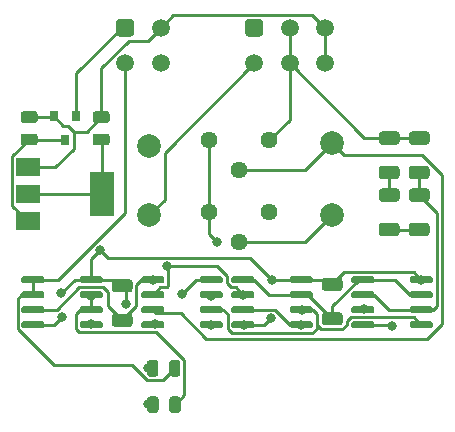
<source format=gbr>
G04 #@! TF.GenerationSoftware,KiCad,Pcbnew,(5.1.6)-1*
G04 #@! TF.CreationDate,2021-06-24T15:17:58+10:00*
G04 #@! TF.ProjectId,BSPD,42535044-2e6b-4696-9361-645f70636258,rev?*
G04 #@! TF.SameCoordinates,Original*
G04 #@! TF.FileFunction,Copper,L1,Top*
G04 #@! TF.FilePolarity,Positive*
%FSLAX46Y46*%
G04 Gerber Fmt 4.6, Leading zero omitted, Abs format (unit mm)*
G04 Created by KiCad (PCBNEW (5.1.6)-1) date 2021-06-24 15:17:58*
%MOMM*%
%LPD*%
G01*
G04 APERTURE LIST*
G04 #@! TA.AperFunction,SMDPad,CuDef*
%ADD10R,2.000000X1.500000*%
G04 #@! TD*
G04 #@! TA.AperFunction,SMDPad,CuDef*
%ADD11R,2.000000X3.800000*%
G04 #@! TD*
G04 #@! TA.AperFunction,ComponentPad*
%ADD12C,2.000000*%
G04 #@! TD*
G04 #@! TA.AperFunction,ComponentPad*
%ADD13C,1.440000*%
G04 #@! TD*
G04 #@! TA.AperFunction,ComponentPad*
%ADD14C,1.500000*%
G04 #@! TD*
G04 #@! TA.AperFunction,SMDPad,CuDef*
%ADD15R,0.800000X0.900000*%
G04 #@! TD*
G04 #@! TA.AperFunction,ViaPad*
%ADD16C,0.800000*%
G04 #@! TD*
G04 #@! TA.AperFunction,Conductor*
%ADD17C,0.250000*%
G04 #@! TD*
G04 APERTURE END LIST*
G04 #@! TA.AperFunction,SMDPad,CuDef*
G36*
G01*
X81764000Y-97813000D02*
X81764000Y-97513000D01*
G75*
G02*
X81914000Y-97363000I150000J0D01*
G01*
X83564000Y-97363000D01*
G75*
G02*
X83714000Y-97513000I0J-150000D01*
G01*
X83714000Y-97813000D01*
G75*
G02*
X83564000Y-97963000I-150000J0D01*
G01*
X81914000Y-97963000D01*
G75*
G02*
X81764000Y-97813000I0J150000D01*
G01*
G37*
G04 #@! TD.AperFunction*
G04 #@! TA.AperFunction,SMDPad,CuDef*
G36*
G01*
X81764000Y-99083000D02*
X81764000Y-98783000D01*
G75*
G02*
X81914000Y-98633000I150000J0D01*
G01*
X83564000Y-98633000D01*
G75*
G02*
X83714000Y-98783000I0J-150000D01*
G01*
X83714000Y-99083000D01*
G75*
G02*
X83564000Y-99233000I-150000J0D01*
G01*
X81914000Y-99233000D01*
G75*
G02*
X81764000Y-99083000I0J150000D01*
G01*
G37*
G04 #@! TD.AperFunction*
G04 #@! TA.AperFunction,SMDPad,CuDef*
G36*
G01*
X81764000Y-100353000D02*
X81764000Y-100053000D01*
G75*
G02*
X81914000Y-99903000I150000J0D01*
G01*
X83564000Y-99903000D01*
G75*
G02*
X83714000Y-100053000I0J-150000D01*
G01*
X83714000Y-100353000D01*
G75*
G02*
X83564000Y-100503000I-150000J0D01*
G01*
X81914000Y-100503000D01*
G75*
G02*
X81764000Y-100353000I0J150000D01*
G01*
G37*
G04 #@! TD.AperFunction*
G04 #@! TA.AperFunction,SMDPad,CuDef*
G36*
G01*
X81764000Y-101623000D02*
X81764000Y-101323000D01*
G75*
G02*
X81914000Y-101173000I150000J0D01*
G01*
X83564000Y-101173000D01*
G75*
G02*
X83714000Y-101323000I0J-150000D01*
G01*
X83714000Y-101623000D01*
G75*
G02*
X83564000Y-101773000I-150000J0D01*
G01*
X81914000Y-101773000D01*
G75*
G02*
X81764000Y-101623000I0J150000D01*
G01*
G37*
G04 #@! TD.AperFunction*
G04 #@! TA.AperFunction,SMDPad,CuDef*
G36*
G01*
X76814000Y-101623000D02*
X76814000Y-101323000D01*
G75*
G02*
X76964000Y-101173000I150000J0D01*
G01*
X78614000Y-101173000D01*
G75*
G02*
X78764000Y-101323000I0J-150000D01*
G01*
X78764000Y-101623000D01*
G75*
G02*
X78614000Y-101773000I-150000J0D01*
G01*
X76964000Y-101773000D01*
G75*
G02*
X76814000Y-101623000I0J150000D01*
G01*
G37*
G04 #@! TD.AperFunction*
G04 #@! TA.AperFunction,SMDPad,CuDef*
G36*
G01*
X76814000Y-100353000D02*
X76814000Y-100053000D01*
G75*
G02*
X76964000Y-99903000I150000J0D01*
G01*
X78614000Y-99903000D01*
G75*
G02*
X78764000Y-100053000I0J-150000D01*
G01*
X78764000Y-100353000D01*
G75*
G02*
X78614000Y-100503000I-150000J0D01*
G01*
X76964000Y-100503000D01*
G75*
G02*
X76814000Y-100353000I0J150000D01*
G01*
G37*
G04 #@! TD.AperFunction*
G04 #@! TA.AperFunction,SMDPad,CuDef*
G36*
G01*
X76814000Y-99083000D02*
X76814000Y-98783000D01*
G75*
G02*
X76964000Y-98633000I150000J0D01*
G01*
X78614000Y-98633000D01*
G75*
G02*
X78764000Y-98783000I0J-150000D01*
G01*
X78764000Y-99083000D01*
G75*
G02*
X78614000Y-99233000I-150000J0D01*
G01*
X76964000Y-99233000D01*
G75*
G02*
X76814000Y-99083000I0J150000D01*
G01*
G37*
G04 #@! TD.AperFunction*
G04 #@! TA.AperFunction,SMDPad,CuDef*
G36*
G01*
X76814000Y-97813000D02*
X76814000Y-97513000D01*
G75*
G02*
X76964000Y-97363000I150000J0D01*
G01*
X78614000Y-97363000D01*
G75*
G02*
X78764000Y-97513000I0J-150000D01*
G01*
X78764000Y-97813000D01*
G75*
G02*
X78614000Y-97963000I-150000J0D01*
G01*
X76964000Y-97963000D01*
G75*
G02*
X76814000Y-97813000I0J150000D01*
G01*
G37*
G04 #@! TD.AperFunction*
D10*
X77368000Y-88124000D03*
X77368000Y-92724000D03*
X77368000Y-90424000D03*
D11*
X83668000Y-90424000D03*
G04 #@! TA.AperFunction,SMDPad,CuDef*
G36*
G01*
X109704000Y-97813000D02*
X109704000Y-97513000D01*
G75*
G02*
X109854000Y-97363000I150000J0D01*
G01*
X111504000Y-97363000D01*
G75*
G02*
X111654000Y-97513000I0J-150000D01*
G01*
X111654000Y-97813000D01*
G75*
G02*
X111504000Y-97963000I-150000J0D01*
G01*
X109854000Y-97963000D01*
G75*
G02*
X109704000Y-97813000I0J150000D01*
G01*
G37*
G04 #@! TD.AperFunction*
G04 #@! TA.AperFunction,SMDPad,CuDef*
G36*
G01*
X109704000Y-99083000D02*
X109704000Y-98783000D01*
G75*
G02*
X109854000Y-98633000I150000J0D01*
G01*
X111504000Y-98633000D01*
G75*
G02*
X111654000Y-98783000I0J-150000D01*
G01*
X111654000Y-99083000D01*
G75*
G02*
X111504000Y-99233000I-150000J0D01*
G01*
X109854000Y-99233000D01*
G75*
G02*
X109704000Y-99083000I0J150000D01*
G01*
G37*
G04 #@! TD.AperFunction*
G04 #@! TA.AperFunction,SMDPad,CuDef*
G36*
G01*
X109704000Y-100353000D02*
X109704000Y-100053000D01*
G75*
G02*
X109854000Y-99903000I150000J0D01*
G01*
X111504000Y-99903000D01*
G75*
G02*
X111654000Y-100053000I0J-150000D01*
G01*
X111654000Y-100353000D01*
G75*
G02*
X111504000Y-100503000I-150000J0D01*
G01*
X109854000Y-100503000D01*
G75*
G02*
X109704000Y-100353000I0J150000D01*
G01*
G37*
G04 #@! TD.AperFunction*
G04 #@! TA.AperFunction,SMDPad,CuDef*
G36*
G01*
X109704000Y-101623000D02*
X109704000Y-101323000D01*
G75*
G02*
X109854000Y-101173000I150000J0D01*
G01*
X111504000Y-101173000D01*
G75*
G02*
X111654000Y-101323000I0J-150000D01*
G01*
X111654000Y-101623000D01*
G75*
G02*
X111504000Y-101773000I-150000J0D01*
G01*
X109854000Y-101773000D01*
G75*
G02*
X109704000Y-101623000I0J150000D01*
G01*
G37*
G04 #@! TD.AperFunction*
G04 #@! TA.AperFunction,SMDPad,CuDef*
G36*
G01*
X104754000Y-101623000D02*
X104754000Y-101323000D01*
G75*
G02*
X104904000Y-101173000I150000J0D01*
G01*
X106554000Y-101173000D01*
G75*
G02*
X106704000Y-101323000I0J-150000D01*
G01*
X106704000Y-101623000D01*
G75*
G02*
X106554000Y-101773000I-150000J0D01*
G01*
X104904000Y-101773000D01*
G75*
G02*
X104754000Y-101623000I0J150000D01*
G01*
G37*
G04 #@! TD.AperFunction*
G04 #@! TA.AperFunction,SMDPad,CuDef*
G36*
G01*
X104754000Y-100353000D02*
X104754000Y-100053000D01*
G75*
G02*
X104904000Y-99903000I150000J0D01*
G01*
X106554000Y-99903000D01*
G75*
G02*
X106704000Y-100053000I0J-150000D01*
G01*
X106704000Y-100353000D01*
G75*
G02*
X106554000Y-100503000I-150000J0D01*
G01*
X104904000Y-100503000D01*
G75*
G02*
X104754000Y-100353000I0J150000D01*
G01*
G37*
G04 #@! TD.AperFunction*
G04 #@! TA.AperFunction,SMDPad,CuDef*
G36*
G01*
X104754000Y-99083000D02*
X104754000Y-98783000D01*
G75*
G02*
X104904000Y-98633000I150000J0D01*
G01*
X106554000Y-98633000D01*
G75*
G02*
X106704000Y-98783000I0J-150000D01*
G01*
X106704000Y-99083000D01*
G75*
G02*
X106554000Y-99233000I-150000J0D01*
G01*
X104904000Y-99233000D01*
G75*
G02*
X104754000Y-99083000I0J150000D01*
G01*
G37*
G04 #@! TD.AperFunction*
G04 #@! TA.AperFunction,SMDPad,CuDef*
G36*
G01*
X104754000Y-97813000D02*
X104754000Y-97513000D01*
G75*
G02*
X104904000Y-97363000I150000J0D01*
G01*
X106554000Y-97363000D01*
G75*
G02*
X106704000Y-97513000I0J-150000D01*
G01*
X106704000Y-97813000D01*
G75*
G02*
X106554000Y-97963000I-150000J0D01*
G01*
X104904000Y-97963000D01*
G75*
G02*
X104754000Y-97813000I0J150000D01*
G01*
G37*
G04 #@! TD.AperFunction*
G04 #@! TA.AperFunction,SMDPad,CuDef*
G36*
G01*
X99544000Y-97813000D02*
X99544000Y-97513000D01*
G75*
G02*
X99694000Y-97363000I150000J0D01*
G01*
X101344000Y-97363000D01*
G75*
G02*
X101494000Y-97513000I0J-150000D01*
G01*
X101494000Y-97813000D01*
G75*
G02*
X101344000Y-97963000I-150000J0D01*
G01*
X99694000Y-97963000D01*
G75*
G02*
X99544000Y-97813000I0J150000D01*
G01*
G37*
G04 #@! TD.AperFunction*
G04 #@! TA.AperFunction,SMDPad,CuDef*
G36*
G01*
X99544000Y-99083000D02*
X99544000Y-98783000D01*
G75*
G02*
X99694000Y-98633000I150000J0D01*
G01*
X101344000Y-98633000D01*
G75*
G02*
X101494000Y-98783000I0J-150000D01*
G01*
X101494000Y-99083000D01*
G75*
G02*
X101344000Y-99233000I-150000J0D01*
G01*
X99694000Y-99233000D01*
G75*
G02*
X99544000Y-99083000I0J150000D01*
G01*
G37*
G04 #@! TD.AperFunction*
G04 #@! TA.AperFunction,SMDPad,CuDef*
G36*
G01*
X99544000Y-100353000D02*
X99544000Y-100053000D01*
G75*
G02*
X99694000Y-99903000I150000J0D01*
G01*
X101344000Y-99903000D01*
G75*
G02*
X101494000Y-100053000I0J-150000D01*
G01*
X101494000Y-100353000D01*
G75*
G02*
X101344000Y-100503000I-150000J0D01*
G01*
X99694000Y-100503000D01*
G75*
G02*
X99544000Y-100353000I0J150000D01*
G01*
G37*
G04 #@! TD.AperFunction*
G04 #@! TA.AperFunction,SMDPad,CuDef*
G36*
G01*
X99544000Y-101623000D02*
X99544000Y-101323000D01*
G75*
G02*
X99694000Y-101173000I150000J0D01*
G01*
X101344000Y-101173000D01*
G75*
G02*
X101494000Y-101323000I0J-150000D01*
G01*
X101494000Y-101623000D01*
G75*
G02*
X101344000Y-101773000I-150000J0D01*
G01*
X99694000Y-101773000D01*
G75*
G02*
X99544000Y-101623000I0J150000D01*
G01*
G37*
G04 #@! TD.AperFunction*
G04 #@! TA.AperFunction,SMDPad,CuDef*
G36*
G01*
X94594000Y-101623000D02*
X94594000Y-101323000D01*
G75*
G02*
X94744000Y-101173000I150000J0D01*
G01*
X96394000Y-101173000D01*
G75*
G02*
X96544000Y-101323000I0J-150000D01*
G01*
X96544000Y-101623000D01*
G75*
G02*
X96394000Y-101773000I-150000J0D01*
G01*
X94744000Y-101773000D01*
G75*
G02*
X94594000Y-101623000I0J150000D01*
G01*
G37*
G04 #@! TD.AperFunction*
G04 #@! TA.AperFunction,SMDPad,CuDef*
G36*
G01*
X94594000Y-100353000D02*
X94594000Y-100053000D01*
G75*
G02*
X94744000Y-99903000I150000J0D01*
G01*
X96394000Y-99903000D01*
G75*
G02*
X96544000Y-100053000I0J-150000D01*
G01*
X96544000Y-100353000D01*
G75*
G02*
X96394000Y-100503000I-150000J0D01*
G01*
X94744000Y-100503000D01*
G75*
G02*
X94594000Y-100353000I0J150000D01*
G01*
G37*
G04 #@! TD.AperFunction*
G04 #@! TA.AperFunction,SMDPad,CuDef*
G36*
G01*
X94594000Y-99083000D02*
X94594000Y-98783000D01*
G75*
G02*
X94744000Y-98633000I150000J0D01*
G01*
X96394000Y-98633000D01*
G75*
G02*
X96544000Y-98783000I0J-150000D01*
G01*
X96544000Y-99083000D01*
G75*
G02*
X96394000Y-99233000I-150000J0D01*
G01*
X94744000Y-99233000D01*
G75*
G02*
X94594000Y-99083000I0J150000D01*
G01*
G37*
G04 #@! TD.AperFunction*
G04 #@! TA.AperFunction,SMDPad,CuDef*
G36*
G01*
X94594000Y-97813000D02*
X94594000Y-97513000D01*
G75*
G02*
X94744000Y-97363000I150000J0D01*
G01*
X96394000Y-97363000D01*
G75*
G02*
X96544000Y-97513000I0J-150000D01*
G01*
X96544000Y-97813000D01*
G75*
G02*
X96394000Y-97963000I-150000J0D01*
G01*
X94744000Y-97963000D01*
G75*
G02*
X94594000Y-97813000I0J150000D01*
G01*
G37*
G04 #@! TD.AperFunction*
G04 #@! TA.AperFunction,SMDPad,CuDef*
G36*
G01*
X91924000Y-97813000D02*
X91924000Y-97513000D01*
G75*
G02*
X92074000Y-97363000I150000J0D01*
G01*
X93724000Y-97363000D01*
G75*
G02*
X93874000Y-97513000I0J-150000D01*
G01*
X93874000Y-97813000D01*
G75*
G02*
X93724000Y-97963000I-150000J0D01*
G01*
X92074000Y-97963000D01*
G75*
G02*
X91924000Y-97813000I0J150000D01*
G01*
G37*
G04 #@! TD.AperFunction*
G04 #@! TA.AperFunction,SMDPad,CuDef*
G36*
G01*
X91924000Y-99083000D02*
X91924000Y-98783000D01*
G75*
G02*
X92074000Y-98633000I150000J0D01*
G01*
X93724000Y-98633000D01*
G75*
G02*
X93874000Y-98783000I0J-150000D01*
G01*
X93874000Y-99083000D01*
G75*
G02*
X93724000Y-99233000I-150000J0D01*
G01*
X92074000Y-99233000D01*
G75*
G02*
X91924000Y-99083000I0J150000D01*
G01*
G37*
G04 #@! TD.AperFunction*
G04 #@! TA.AperFunction,SMDPad,CuDef*
G36*
G01*
X91924000Y-100353000D02*
X91924000Y-100053000D01*
G75*
G02*
X92074000Y-99903000I150000J0D01*
G01*
X93724000Y-99903000D01*
G75*
G02*
X93874000Y-100053000I0J-150000D01*
G01*
X93874000Y-100353000D01*
G75*
G02*
X93724000Y-100503000I-150000J0D01*
G01*
X92074000Y-100503000D01*
G75*
G02*
X91924000Y-100353000I0J150000D01*
G01*
G37*
G04 #@! TD.AperFunction*
G04 #@! TA.AperFunction,SMDPad,CuDef*
G36*
G01*
X91924000Y-101623000D02*
X91924000Y-101323000D01*
G75*
G02*
X92074000Y-101173000I150000J0D01*
G01*
X93724000Y-101173000D01*
G75*
G02*
X93874000Y-101323000I0J-150000D01*
G01*
X93874000Y-101623000D01*
G75*
G02*
X93724000Y-101773000I-150000J0D01*
G01*
X92074000Y-101773000D01*
G75*
G02*
X91924000Y-101623000I0J150000D01*
G01*
G37*
G04 #@! TD.AperFunction*
G04 #@! TA.AperFunction,SMDPad,CuDef*
G36*
G01*
X86974000Y-101623000D02*
X86974000Y-101323000D01*
G75*
G02*
X87124000Y-101173000I150000J0D01*
G01*
X88774000Y-101173000D01*
G75*
G02*
X88924000Y-101323000I0J-150000D01*
G01*
X88924000Y-101623000D01*
G75*
G02*
X88774000Y-101773000I-150000J0D01*
G01*
X87124000Y-101773000D01*
G75*
G02*
X86974000Y-101623000I0J150000D01*
G01*
G37*
G04 #@! TD.AperFunction*
G04 #@! TA.AperFunction,SMDPad,CuDef*
G36*
G01*
X86974000Y-100353000D02*
X86974000Y-100053000D01*
G75*
G02*
X87124000Y-99903000I150000J0D01*
G01*
X88774000Y-99903000D01*
G75*
G02*
X88924000Y-100053000I0J-150000D01*
G01*
X88924000Y-100353000D01*
G75*
G02*
X88774000Y-100503000I-150000J0D01*
G01*
X87124000Y-100503000D01*
G75*
G02*
X86974000Y-100353000I0J150000D01*
G01*
G37*
G04 #@! TD.AperFunction*
G04 #@! TA.AperFunction,SMDPad,CuDef*
G36*
G01*
X86974000Y-99083000D02*
X86974000Y-98783000D01*
G75*
G02*
X87124000Y-98633000I150000J0D01*
G01*
X88774000Y-98633000D01*
G75*
G02*
X88924000Y-98783000I0J-150000D01*
G01*
X88924000Y-99083000D01*
G75*
G02*
X88774000Y-99233000I-150000J0D01*
G01*
X87124000Y-99233000D01*
G75*
G02*
X86974000Y-99083000I0J150000D01*
G01*
G37*
G04 #@! TD.AperFunction*
G04 #@! TA.AperFunction,SMDPad,CuDef*
G36*
G01*
X86974000Y-97813000D02*
X86974000Y-97513000D01*
G75*
G02*
X87124000Y-97363000I150000J0D01*
G01*
X88774000Y-97363000D01*
G75*
G02*
X88924000Y-97513000I0J-150000D01*
G01*
X88924000Y-97813000D01*
G75*
G02*
X88774000Y-97963000I-150000J0D01*
G01*
X87124000Y-97963000D01*
G75*
G02*
X86974000Y-97813000I0J150000D01*
G01*
G37*
G04 #@! TD.AperFunction*
D12*
X103124000Y-92202000D03*
X103124000Y-86106000D03*
X87630000Y-92202000D03*
X87630000Y-86360000D03*
D13*
X92710000Y-91948000D03*
X95250000Y-94488000D03*
X97790000Y-91948000D03*
X92710000Y-85852000D03*
X95250000Y-88392000D03*
X97790000Y-85852000D03*
G04 #@! TA.AperFunction,SMDPad,CuDef*
G36*
G01*
X102498999Y-100406500D02*
X103749001Y-100406500D01*
G75*
G02*
X103999000Y-100656499I0J-249999D01*
G01*
X103999000Y-101281501D01*
G75*
G02*
X103749001Y-101531500I-249999J0D01*
G01*
X102498999Y-101531500D01*
G75*
G02*
X102249000Y-101281501I0J249999D01*
G01*
X102249000Y-100656499D01*
G75*
G02*
X102498999Y-100406500I249999J0D01*
G01*
G37*
G04 #@! TD.AperFunction*
G04 #@! TA.AperFunction,SMDPad,CuDef*
G36*
G01*
X102498999Y-97481500D02*
X103749001Y-97481500D01*
G75*
G02*
X103999000Y-97731499I0J-249999D01*
G01*
X103999000Y-98356501D01*
G75*
G02*
X103749001Y-98606500I-249999J0D01*
G01*
X102498999Y-98606500D01*
G75*
G02*
X102249000Y-98356501I0J249999D01*
G01*
X102249000Y-97731499D01*
G75*
G02*
X102498999Y-97481500I249999J0D01*
G01*
G37*
G04 #@! TD.AperFunction*
G04 #@! TA.AperFunction,SMDPad,CuDef*
G36*
G01*
X84718999Y-100529500D02*
X85969001Y-100529500D01*
G75*
G02*
X86219000Y-100779499I0J-249999D01*
G01*
X86219000Y-101404501D01*
G75*
G02*
X85969001Y-101654500I-249999J0D01*
G01*
X84718999Y-101654500D01*
G75*
G02*
X84469000Y-101404501I0J249999D01*
G01*
X84469000Y-100779499D01*
G75*
G02*
X84718999Y-100529500I249999J0D01*
G01*
G37*
G04 #@! TD.AperFunction*
G04 #@! TA.AperFunction,SMDPad,CuDef*
G36*
G01*
X84718999Y-97604500D02*
X85969001Y-97604500D01*
G75*
G02*
X86219000Y-97854499I0J-249999D01*
G01*
X86219000Y-98479501D01*
G75*
G02*
X85969001Y-98729500I-249999J0D01*
G01*
X84718999Y-98729500D01*
G75*
G02*
X84469000Y-98479501I0J249999D01*
G01*
X84469000Y-97854499D01*
G75*
G02*
X84718999Y-97604500I249999J0D01*
G01*
G37*
G04 #@! TD.AperFunction*
G04 #@! TA.AperFunction,SMDPad,CuDef*
G36*
G01*
X109864999Y-92848000D02*
X111115001Y-92848000D01*
G75*
G02*
X111365000Y-93097999I0J-249999D01*
G01*
X111365000Y-93723001D01*
G75*
G02*
X111115001Y-93973000I-249999J0D01*
G01*
X109864999Y-93973000D01*
G75*
G02*
X109615000Y-93723001I0J249999D01*
G01*
X109615000Y-93097999D01*
G75*
G02*
X109864999Y-92848000I249999J0D01*
G01*
G37*
G04 #@! TD.AperFunction*
G04 #@! TA.AperFunction,SMDPad,CuDef*
G36*
G01*
X109864999Y-89923000D02*
X111115001Y-89923000D01*
G75*
G02*
X111365000Y-90172999I0J-249999D01*
G01*
X111365000Y-90798001D01*
G75*
G02*
X111115001Y-91048000I-249999J0D01*
G01*
X109864999Y-91048000D01*
G75*
G02*
X109615000Y-90798001I0J249999D01*
G01*
X109615000Y-90172999D01*
G75*
G02*
X109864999Y-89923000I249999J0D01*
G01*
G37*
G04 #@! TD.AperFunction*
G04 #@! TA.AperFunction,SMDPad,CuDef*
G36*
G01*
X109864999Y-88022000D02*
X111115001Y-88022000D01*
G75*
G02*
X111365000Y-88271999I0J-249999D01*
G01*
X111365000Y-88897001D01*
G75*
G02*
X111115001Y-89147000I-249999J0D01*
G01*
X109864999Y-89147000D01*
G75*
G02*
X109615000Y-88897001I0J249999D01*
G01*
X109615000Y-88271999D01*
G75*
G02*
X109864999Y-88022000I249999J0D01*
G01*
G37*
G04 #@! TD.AperFunction*
G04 #@! TA.AperFunction,SMDPad,CuDef*
G36*
G01*
X109864999Y-85097000D02*
X111115001Y-85097000D01*
G75*
G02*
X111365000Y-85346999I0J-249999D01*
G01*
X111365000Y-85972001D01*
G75*
G02*
X111115001Y-86222000I-249999J0D01*
G01*
X109864999Y-86222000D01*
G75*
G02*
X109615000Y-85972001I0J249999D01*
G01*
X109615000Y-85346999D01*
G75*
G02*
X109864999Y-85097000I249999J0D01*
G01*
G37*
G04 #@! TD.AperFunction*
G04 #@! TA.AperFunction,SMDPad,CuDef*
G36*
G01*
X107324999Y-92848000D02*
X108575001Y-92848000D01*
G75*
G02*
X108825000Y-93097999I0J-249999D01*
G01*
X108825000Y-93723001D01*
G75*
G02*
X108575001Y-93973000I-249999J0D01*
G01*
X107324999Y-93973000D01*
G75*
G02*
X107075000Y-93723001I0J249999D01*
G01*
X107075000Y-93097999D01*
G75*
G02*
X107324999Y-92848000I249999J0D01*
G01*
G37*
G04 #@! TD.AperFunction*
G04 #@! TA.AperFunction,SMDPad,CuDef*
G36*
G01*
X107324999Y-89923000D02*
X108575001Y-89923000D01*
G75*
G02*
X108825000Y-90172999I0J-249999D01*
G01*
X108825000Y-90798001D01*
G75*
G02*
X108575001Y-91048000I-249999J0D01*
G01*
X107324999Y-91048000D01*
G75*
G02*
X107075000Y-90798001I0J249999D01*
G01*
X107075000Y-90172999D01*
G75*
G02*
X107324999Y-89923000I249999J0D01*
G01*
G37*
G04 #@! TD.AperFunction*
G04 #@! TA.AperFunction,SMDPad,CuDef*
G36*
G01*
X107324999Y-88022000D02*
X108575001Y-88022000D01*
G75*
G02*
X108825000Y-88271999I0J-249999D01*
G01*
X108825000Y-88897001D01*
G75*
G02*
X108575001Y-89147000I-249999J0D01*
G01*
X107324999Y-89147000D01*
G75*
G02*
X107075000Y-88897001I0J249999D01*
G01*
X107075000Y-88271999D01*
G75*
G02*
X107324999Y-88022000I249999J0D01*
G01*
G37*
G04 #@! TD.AperFunction*
G04 #@! TA.AperFunction,SMDPad,CuDef*
G36*
G01*
X107324999Y-85097000D02*
X108575001Y-85097000D01*
G75*
G02*
X108825000Y-85346999I0J-249999D01*
G01*
X108825000Y-85972001D01*
G75*
G02*
X108575001Y-86222000I-249999J0D01*
G01*
X107324999Y-86222000D01*
G75*
G02*
X107075000Y-85972001I0J249999D01*
G01*
X107075000Y-85346999D01*
G75*
G02*
X107324999Y-85097000I249999J0D01*
G01*
G37*
G04 #@! TD.AperFunction*
D14*
X102520000Y-79327000D03*
X99520000Y-79327000D03*
X96520000Y-79327000D03*
X102520000Y-76327000D03*
X99520000Y-76327000D03*
G04 #@! TA.AperFunction,ComponentPad*
G36*
G01*
X95770000Y-76827000D02*
X95770000Y-75827000D01*
G75*
G02*
X96020000Y-75577000I250000J0D01*
G01*
X97020000Y-75577000D01*
G75*
G02*
X97270000Y-75827000I0J-250000D01*
G01*
X97270000Y-76827000D01*
G75*
G02*
X97020000Y-77077000I-250000J0D01*
G01*
X96020000Y-77077000D01*
G75*
G02*
X95770000Y-76827000I0J250000D01*
G01*
G37*
G04 #@! TD.AperFunction*
X88598000Y-79327000D03*
X85598000Y-79327000D03*
X88598000Y-76327000D03*
G04 #@! TA.AperFunction,ComponentPad*
G36*
G01*
X84848000Y-76827000D02*
X84848000Y-75827000D01*
G75*
G02*
X85098000Y-75577000I250000J0D01*
G01*
X86098000Y-75577000D01*
G75*
G02*
X86348000Y-75827000I0J-250000D01*
G01*
X86348000Y-76827000D01*
G75*
G02*
X86098000Y-77077000I-250000J0D01*
G01*
X85098000Y-77077000D01*
G75*
G02*
X84848000Y-76827000I0J250000D01*
G01*
G37*
G04 #@! TD.AperFunction*
G04 #@! TA.AperFunction,SMDPad,CuDef*
G36*
G01*
X89331201Y-108683251D02*
X89331201Y-107770751D01*
G75*
G02*
X89574951Y-107527001I243750J0D01*
G01*
X90062451Y-107527001D01*
G75*
G02*
X90306201Y-107770751I0J-243750D01*
G01*
X90306201Y-108683251D01*
G75*
G02*
X90062451Y-108927001I-243750J0D01*
G01*
X89574951Y-108927001D01*
G75*
G02*
X89331201Y-108683251I0J243750D01*
G01*
G37*
G04 #@! TD.AperFunction*
G04 #@! TA.AperFunction,SMDPad,CuDef*
G36*
G01*
X87456201Y-108683251D02*
X87456201Y-107770751D01*
G75*
G02*
X87699951Y-107527001I243750J0D01*
G01*
X88187451Y-107527001D01*
G75*
G02*
X88431201Y-107770751I0J-243750D01*
G01*
X88431201Y-108683251D01*
G75*
G02*
X88187451Y-108927001I-243750J0D01*
G01*
X87699951Y-108927001D01*
G75*
G02*
X87456201Y-108683251I0J243750D01*
G01*
G37*
G04 #@! TD.AperFunction*
G04 #@! TA.AperFunction,SMDPad,CuDef*
G36*
G01*
X89301500Y-105612250D02*
X89301500Y-104699750D01*
G75*
G02*
X89545250Y-104456000I243750J0D01*
G01*
X90032750Y-104456000D01*
G75*
G02*
X90276500Y-104699750I0J-243750D01*
G01*
X90276500Y-105612250D01*
G75*
G02*
X90032750Y-105856000I-243750J0D01*
G01*
X89545250Y-105856000D01*
G75*
G02*
X89301500Y-105612250I0J243750D01*
G01*
G37*
G04 #@! TD.AperFunction*
G04 #@! TA.AperFunction,SMDPad,CuDef*
G36*
G01*
X87426500Y-105612250D02*
X87426500Y-104699750D01*
G75*
G02*
X87670250Y-104456000I243750J0D01*
G01*
X88157750Y-104456000D01*
G75*
G02*
X88401500Y-104699750I0J-243750D01*
G01*
X88401500Y-105612250D01*
G75*
G02*
X88157750Y-105856000I-243750J0D01*
G01*
X87670250Y-105856000D01*
G75*
G02*
X87426500Y-105612250I0J243750D01*
G01*
G37*
G04 #@! TD.AperFunction*
G04 #@! TA.AperFunction,SMDPad,CuDef*
G36*
G01*
X84041000Y-84386000D02*
X83091000Y-84386000D01*
G75*
G02*
X82841000Y-84136000I0J250000D01*
G01*
X82841000Y-83636000D01*
G75*
G02*
X83091000Y-83386000I250000J0D01*
G01*
X84041000Y-83386000D01*
G75*
G02*
X84291000Y-83636000I0J-250000D01*
G01*
X84291000Y-84136000D01*
G75*
G02*
X84041000Y-84386000I-250000J0D01*
G01*
G37*
G04 #@! TD.AperFunction*
G04 #@! TA.AperFunction,SMDPad,CuDef*
G36*
G01*
X84041000Y-86286000D02*
X83091000Y-86286000D01*
G75*
G02*
X82841000Y-86036000I0J250000D01*
G01*
X82841000Y-85536000D01*
G75*
G02*
X83091000Y-85286000I250000J0D01*
G01*
X84041000Y-85286000D01*
G75*
G02*
X84291000Y-85536000I0J-250000D01*
G01*
X84291000Y-86036000D01*
G75*
G02*
X84041000Y-86286000I-250000J0D01*
G01*
G37*
G04 #@! TD.AperFunction*
G04 #@! TA.AperFunction,SMDPad,CuDef*
G36*
G01*
X77945000Y-84386000D02*
X76995000Y-84386000D01*
G75*
G02*
X76745000Y-84136000I0J250000D01*
G01*
X76745000Y-83636000D01*
G75*
G02*
X76995000Y-83386000I250000J0D01*
G01*
X77945000Y-83386000D01*
G75*
G02*
X78195000Y-83636000I0J-250000D01*
G01*
X78195000Y-84136000D01*
G75*
G02*
X77945000Y-84386000I-250000J0D01*
G01*
G37*
G04 #@! TD.AperFunction*
G04 #@! TA.AperFunction,SMDPad,CuDef*
G36*
G01*
X77945000Y-86286000D02*
X76995000Y-86286000D01*
G75*
G02*
X76745000Y-86036000I0J250000D01*
G01*
X76745000Y-85536000D01*
G75*
G02*
X76995000Y-85286000I250000J0D01*
G01*
X77945000Y-85286000D01*
G75*
G02*
X78195000Y-85536000I0J-250000D01*
G01*
X78195000Y-86036000D01*
G75*
G02*
X77945000Y-86286000I-250000J0D01*
G01*
G37*
G04 #@! TD.AperFunction*
D15*
X81468000Y-83836000D03*
X79568000Y-83836000D03*
X80518000Y-85836000D03*
D16*
X97930847Y-100928000D03*
X108204000Y-101572990D03*
X93410500Y-94488000D03*
X80266845Y-100775665D03*
X88123770Y-101373010D03*
X95631000Y-101473000D03*
X110490000Y-93410500D03*
X80195963Y-98803963D03*
X110679000Y-97663000D03*
X83464000Y-95143154D03*
X83668000Y-90424000D03*
X85656847Y-99753847D03*
X90424000Y-98872000D03*
X98044000Y-97663000D03*
X107950000Y-90678000D03*
X100519000Y-101473000D03*
X87564500Y-105156000D03*
X82739000Y-99032990D03*
X87564500Y-108204000D03*
X100584000Y-100203000D03*
X95569000Y-98933000D03*
X105791000Y-100122990D03*
X89154000Y-96520000D03*
X87949000Y-97663000D03*
X92899000Y-99032990D03*
X82677000Y-101373010D03*
X103124000Y-100969000D03*
X92899000Y-101473000D03*
D17*
X79518000Y-83886000D02*
X79568000Y-83836000D01*
X77470000Y-83886000D02*
X79518000Y-83886000D01*
X79665002Y-88124000D02*
X77368000Y-88124000D01*
X81243001Y-86546001D02*
X79665002Y-88124000D01*
X80728003Y-84611001D02*
X81243001Y-85125999D01*
X81243001Y-85125999D02*
X81243001Y-86546001D01*
X80343001Y-84611001D02*
X80728003Y-84611001D01*
X79568000Y-83836000D02*
X80343001Y-84611001D01*
X82326001Y-85125999D02*
X81243001Y-85125999D01*
X83566000Y-83886000D02*
X82326001Y-85125999D01*
X87522990Y-77402010D02*
X88598000Y-76327000D01*
X85931988Y-77402010D02*
X87522990Y-77402010D01*
X83566000Y-79767998D02*
X85931988Y-77402010D01*
X83566000Y-83886000D02*
X83566000Y-79767998D01*
X101444999Y-75251999D02*
X102520000Y-76327000D01*
X89673001Y-75251999D02*
X101444999Y-75251999D01*
X88598000Y-76327000D02*
X89673001Y-75251999D01*
X102520000Y-76327000D02*
X102520000Y-79327000D01*
X95569000Y-101473000D02*
X95631000Y-101473000D01*
X97385847Y-101473000D02*
X97930847Y-100928000D01*
X105729000Y-101473000D02*
X108104010Y-101473000D01*
X108104010Y-101473000D02*
X108204000Y-101572990D01*
X110490000Y-93410500D02*
X109281500Y-93410500D01*
X109281500Y-93410500D02*
X107950000Y-93410500D01*
X92710000Y-91948000D02*
X92710000Y-85852000D01*
X92710000Y-91948000D02*
X92710000Y-93787500D01*
X92710000Y-93787500D02*
X93410500Y-94488000D01*
X77789000Y-101473000D02*
X79569510Y-101473000D01*
X79569510Y-101473000D02*
X80266845Y-100775665D01*
X87949000Y-101473000D02*
X88023780Y-101473000D01*
X88023780Y-101473000D02*
X88123770Y-101373010D01*
X95631000Y-101473000D02*
X97385847Y-101473000D01*
X77368000Y-90424000D02*
X83668000Y-90424000D01*
X83668000Y-85888000D02*
X83566000Y-85786000D01*
X83668000Y-90424000D02*
X83668000Y-85888000D01*
X84840000Y-97663000D02*
X85344000Y-98167000D01*
X82739000Y-97663000D02*
X84840000Y-97663000D01*
X82739000Y-97663000D02*
X81336926Y-97663000D01*
X81336926Y-97663000D02*
X80195963Y-98803963D01*
X99520000Y-76327000D02*
X99520000Y-79327000D01*
X99520000Y-84122000D02*
X97790000Y-85852000D01*
X99520000Y-79327000D02*
X99520000Y-84122000D01*
X110490000Y-85659500D02*
X107950000Y-85659500D01*
X82739000Y-97663000D02*
X82739000Y-95868154D01*
X82739000Y-95868154D02*
X83464000Y-95143154D01*
X85656847Y-98479847D02*
X85344000Y-98167000D01*
X85656847Y-99753847D02*
X85656847Y-98479847D01*
X92899000Y-97663000D02*
X91633000Y-97663000D01*
X91633000Y-97663000D02*
X90424000Y-98872000D01*
X100519000Y-97663000D02*
X98044000Y-97663000D01*
X102743000Y-97663000D02*
X103124000Y-98044000D01*
X100519000Y-97663000D02*
X102743000Y-97663000D01*
X110053990Y-97037990D02*
X110679000Y-97663000D01*
X104130010Y-97037990D02*
X110053990Y-97037990D01*
X103124000Y-98044000D02*
X104130010Y-97037990D01*
X84115845Y-95794999D02*
X83464000Y-95143154D01*
X96175999Y-95794999D02*
X84115845Y-95794999D01*
X98044000Y-97663000D02*
X96175999Y-95794999D01*
X105852500Y-85659500D02*
X99520000Y-79327000D01*
X107950000Y-85659500D02*
X105852500Y-85659500D01*
X107950000Y-90485500D02*
X107950000Y-88584500D01*
X98274000Y-100203000D02*
X95569000Y-100203000D01*
X99544000Y-101473000D02*
X98274000Y-100203000D01*
X100519000Y-101473000D02*
X99544000Y-101473000D01*
X107950000Y-90485500D02*
X107950000Y-90678000D01*
X110490000Y-90485500D02*
X110490000Y-88584500D01*
X107974000Y-100203000D02*
X110679000Y-100203000D01*
X106704000Y-98933000D02*
X107974000Y-100203000D01*
X105729000Y-98933000D02*
X106704000Y-98933000D01*
X111654000Y-100203000D02*
X110679000Y-100203000D01*
X110490000Y-90485500D02*
X111979010Y-91974510D01*
X111979010Y-99877990D02*
X111654000Y-100203000D01*
X111979010Y-91974510D02*
X111979010Y-99877990D01*
X80468000Y-85786000D02*
X80518000Y-85836000D01*
X77470000Y-85786000D02*
X80468000Y-85786000D01*
X76042999Y-91398999D02*
X77368000Y-92724000D01*
X76042999Y-87213001D02*
X76042999Y-91398999D01*
X77470000Y-85786000D02*
X76042999Y-87213001D01*
X79914002Y-97663000D02*
X77789000Y-97663000D01*
X85598000Y-91979002D02*
X79914002Y-97663000D01*
X85598000Y-79327000D02*
X85598000Y-91979002D01*
X77789000Y-97663000D02*
X77789000Y-98933000D01*
X88763990Y-106181010D02*
X89789000Y-105156000D01*
X87434660Y-106181010D02*
X88763990Y-106181010D01*
X86163649Y-104909999D02*
X87434660Y-106181010D01*
X79579231Y-104909999D02*
X86163649Y-104909999D01*
X76488990Y-101819758D02*
X79579231Y-104909999D01*
X76488990Y-99258010D02*
X76488990Y-101819758D01*
X76814000Y-98933000D02*
X76488990Y-99258010D01*
X77789000Y-98933000D02*
X76814000Y-98933000D01*
X87914000Y-105156000D02*
X87564500Y-105156000D01*
X81764000Y-100203000D02*
X82739000Y-100203000D01*
X81438990Y-101819758D02*
X81438990Y-100528010D01*
X81717242Y-102098010D02*
X81438990Y-101819758D01*
X88235360Y-102098010D02*
X81717242Y-102098010D01*
X81438990Y-100528010D02*
X81764000Y-100203000D01*
X90601510Y-104464160D02*
X88235360Y-102098010D01*
X90601510Y-107444192D02*
X90601510Y-104464160D01*
X82739000Y-100203000D02*
X82739000Y-98933000D01*
X89818701Y-108227001D02*
X90601510Y-107444192D01*
X87943701Y-108227001D02*
X87587501Y-108227001D01*
X87587501Y-108227001D02*
X87564500Y-108204000D01*
X85316998Y-76327000D02*
X85598000Y-76327000D01*
X81468000Y-80175998D02*
X85316998Y-76327000D01*
X81468000Y-83836000D02*
X81468000Y-80175998D01*
X88955001Y-86891999D02*
X96520000Y-79327000D01*
X88955001Y-90876999D02*
X88955001Y-86891999D01*
X87630000Y-92202000D02*
X88955001Y-90876999D01*
X101819010Y-101473000D02*
X101819010Y-100528010D01*
X102202520Y-101856510D02*
X101819010Y-101473000D01*
X103987180Y-101856510D02*
X102202520Y-101856510D01*
X104394000Y-101161232D02*
X104394000Y-101449690D01*
X104707242Y-100847990D02*
X104394000Y-101161232D01*
X110053990Y-100847990D02*
X104707242Y-100847990D01*
X104394000Y-101449690D02*
X103987180Y-101856510D01*
X110679000Y-101473000D02*
X110053990Y-100847990D01*
X101819010Y-100528010D02*
X101494000Y-100203000D01*
X101819010Y-101819758D02*
X101819010Y-100528010D01*
X94647233Y-102198001D02*
X101440767Y-102198001D01*
X94268990Y-100597990D02*
X94268990Y-101819758D01*
X101440767Y-102198001D02*
X101819010Y-101819758D01*
X93874000Y-100203000D02*
X94268990Y-100597990D01*
X94268990Y-101819758D02*
X94647233Y-102198001D01*
X92899000Y-100203000D02*
X93874000Y-100203000D01*
X100519000Y-100203000D02*
X100584000Y-100203000D01*
X101494000Y-100203000D02*
X100584000Y-100203000D01*
X94943990Y-98307990D02*
X95569000Y-98933000D01*
X87949000Y-98933000D02*
X88574010Y-98307990D01*
X105729000Y-100203000D02*
X105729000Y-100184990D01*
X105729000Y-100184990D02*
X105791000Y-100122990D01*
X89249010Y-98222970D02*
X89163990Y-98307990D01*
X89154000Y-96520000D02*
X89249010Y-96615010D01*
X88574010Y-98307990D02*
X89163990Y-98307990D01*
X89249010Y-96615010D02*
X89249010Y-98222970D01*
X93402768Y-96520000D02*
X89154000Y-96520000D01*
X94199010Y-97316242D02*
X93402768Y-96520000D01*
X94199010Y-97939778D02*
X94199010Y-97316242D01*
X94567222Y-98307990D02*
X94199010Y-97939778D01*
X94943990Y-98307990D02*
X94567222Y-98307990D01*
X84143990Y-99891990D02*
X85344000Y-101092000D01*
X84143990Y-98691222D02*
X84143990Y-99891990D01*
X83760758Y-98307990D02*
X84143990Y-98691222D01*
X81717242Y-98307990D02*
X83760758Y-98307990D01*
X79822232Y-100203000D02*
X81717242Y-98307990D01*
X77789000Y-100203000D02*
X79822232Y-100203000D01*
X86544010Y-99891990D02*
X85344000Y-101092000D01*
X86544010Y-98092990D02*
X86544010Y-99891990D01*
X86974000Y-97663000D02*
X86544010Y-98092990D01*
X87949000Y-97663000D02*
X86974000Y-97663000D01*
X108434000Y-97663000D02*
X105729000Y-97663000D01*
X109704000Y-98933000D02*
X108434000Y-97663000D01*
X110679000Y-98933000D02*
X109704000Y-98933000D01*
X101088000Y-98933000D02*
X100519000Y-98933000D01*
X103124000Y-100969000D02*
X101088000Y-98933000D01*
X103124000Y-99891232D02*
X105352232Y-97663000D01*
X105352232Y-97663000D02*
X105729000Y-97663000D01*
X103124000Y-100969000D02*
X103124000Y-99891232D01*
X97814000Y-98933000D02*
X100519000Y-98933000D01*
X96544000Y-97663000D02*
X97814000Y-98933000D01*
X95569000Y-97663000D02*
X96544000Y-97663000D01*
X82739000Y-101473000D02*
X82739000Y-101435010D01*
X82739000Y-101435010D02*
X82677000Y-101373010D01*
X100838000Y-88392000D02*
X95250000Y-88392000D01*
X103124000Y-86106000D02*
X100838000Y-88392000D01*
X104123999Y-87105999D02*
X103124000Y-86106000D01*
X112429020Y-101369748D02*
X112429020Y-88772830D01*
X110762189Y-87105999D02*
X104123999Y-87105999D01*
X111150758Y-102648010D02*
X112429020Y-101369748D01*
X112429020Y-88772830D02*
X110762189Y-87105999D01*
X92427242Y-102648010D02*
X111150758Y-102648010D01*
X90282232Y-100503000D02*
X92427242Y-102648010D01*
X88249000Y-100503000D02*
X90282232Y-100503000D01*
X87949000Y-100203000D02*
X88249000Y-100503000D01*
X100838000Y-94488000D02*
X95250000Y-94488000D01*
X103124000Y-92202000D02*
X100838000Y-94488000D01*
M02*

</source>
